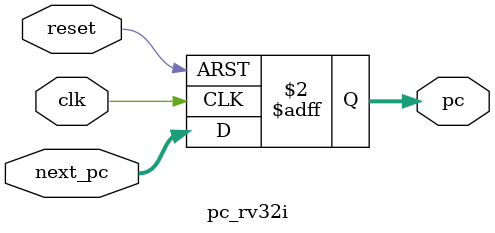
<source format=v>

module pc_rv32i (
    input  wire        clk,
    input  wire        reset, // Active high asynchronous reset
    input  wire [31:0] next_pc,
    output reg  [31:0] pc
);

    always @(posedge clk or posedge reset) begin
        if (reset) begin
            pc <= 32'h0; // Initialize PC to 0 on active high asynchronous reset
        end else begin
            pc <= next_pc; // Update PC with the next_pc value
        end
    end

endmodule

</source>
